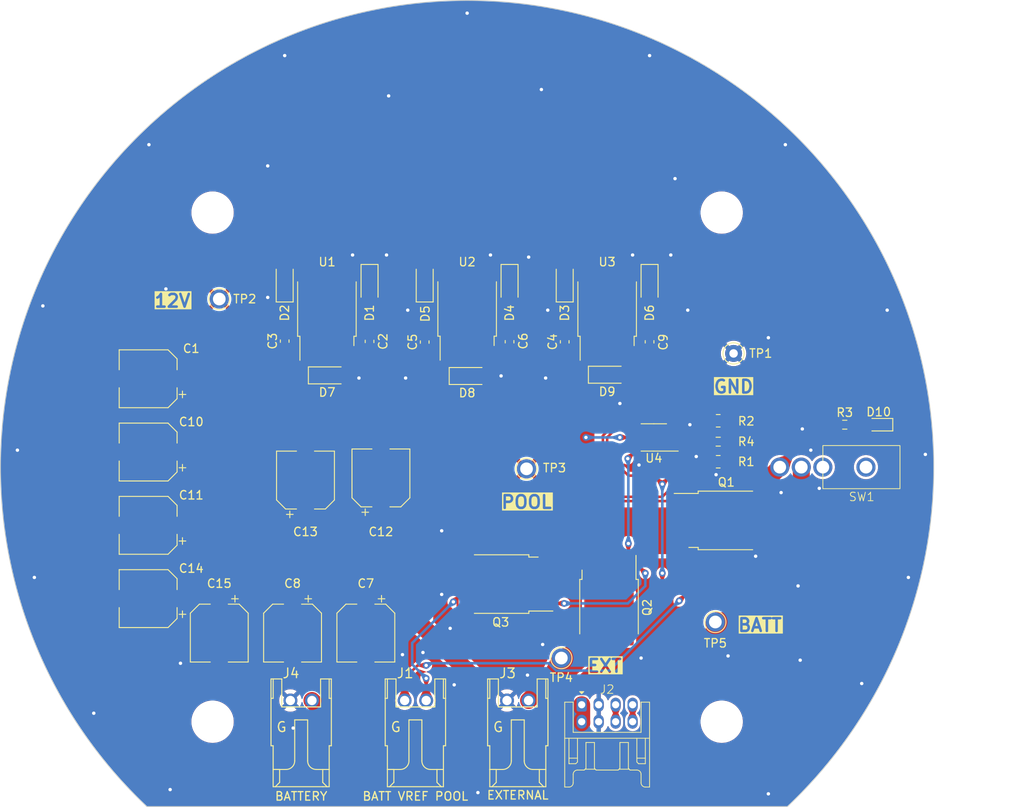
<source format=kicad_pcb>
(kicad_pcb (version 20221018) (generator pcbnew)
  (layers (0 "F.Cu" signal) (31 "B.Cu" signal) (34 "B.Paste" user) (35 "F.Paste" user) (36 "B.SilkS" user "B.Silkscreen") (37 "F.SilkS" user "F.Silkscreen") (38 "B.Mask" user) (39 "F.Mask" user) (44 "Edge.Cuts" user))
  (net 0 "")
  (net 1 "+VSW")
  (net 2 "Net-(D3-A)")
  (net 3 "Net-(D1-A)")
  (net 4 "+12V")
  (net 5 "GND")
  (net 6 "Net-(D5-A)")
  (net 7 "Net-(D4-A)")
  (net 8 "Net-(D2-A)")
  (net 9 "Net-(D6-A)")
  (net 10 "+BATT")
  (net 11 "+VDC")
  (net 13 "Net-(Q1-G)")
  (net 14 "Net-(J4-Pin_2)")
  (net 15 "Net-(Q2-G)")
  (net 16 "Net-(U4-E1)")
  (net 17 "Net-(U4-H1)")
  (net 18 "Net-(Q2-S)")
  (net 19 "Net-(D10-A)")
  (net 21 "Net-(J2-Pin_5)")
  (net 22 "Net-(J2-Pin_7)")
  (footprint "Package_TO_SOT_SMD:TO-252-2" (layer "F.Cu") (at 162.320492 117.489344 -90)
    (fp_text reference "Q2")
    (fp_text value "TJ8S06M3L")
  )
  (footprint "LED_SMD:LED_0603_1608Metric_Pad1.05x0.95mm_HandSolder" (layer "F.Cu") (at 194.100492 95.949344 180)
    (fp_text reference "D10")
    (fp_text value "RED")
  )
  (footprint "Package_TO_SOT_SMD:TO-252-2" (layer "F.Cu") (at 176.140492 107.229344)
    (fp_text reference "Q1")
    (fp_text value "TJ8S06M3L")
  )
  (footprint "Capacitor_SMD:CP_Elec_6.3x5.9" (layer "F.Cu") (at 108.008492 116.443344 180)
    (fp_text reference "C14")
    (fp_text value "100μF")
  )
  (footprint "Package_TO_SOT_SMD:TO-252-2" (layer "F.Cu") (at 162.100492 82.219344 90)
    (fp_text reference "U3")
    (fp_text value "NJM7812SDL1")
  )
  (footprint "Capacitor_SMD:CP_Elec_6.3x5.9" (layer "F.Cu") (at 125.026492 120.507344 -90)
    (fp_text reference "C8")
    (fp_text value "100μF")
  )
  (footprint "Package_TO_SOT_SMD:TO-252-2" (layer "F.Cu") (at 129.075492 82.219344 90)
    (fp_text reference "U1")
    (fp_text value "NJM7812SDL1")
  )
  (footprint "Connector_Pin:Pin_D1.0mm_L10.0mm" (layer "F.Cu") (at 152.600492 101.149344)
    (fp_text reference "TP3")
    (fp_text value "TestPoint")
  )
  (footprint "Connector_Pin:Pin_D1.0mm_L10.0mm" (layer "F.Cu") (at 156.700492 123.449344)
    (fp_text reference "TP4")
    (fp_text value "TestPoint")
  )
  (footprint "Connector_Pin:Pin_D1.0mm_L10.0mm" (layer "F.Cu") (at 174.850492 119.199344)
    (fp_text reference "TP5")
    (fp_text value "TestPoint")
  )
  (footprint "MountingHole:MountingHole_4.5mm" (layer "F.Cu") (at 175.600492 130.949344)
    (fp_text reference "REF**" hide)
    (fp_text value "MountingHole_4.5mm" hide)
  )
  (footprint "Package_TO_SOT_SMD:TO-252-2" (layer "F.Cu") (at 149.560492 114.729344 180)
    (fp_text reference "Q3")
    (fp_text value "TJ8S06M3L")
  )
  (footprint "Resistor_SMD:R_0603_1608Metric_Pad0.98x0.95mm_HandSolder" (layer "F.Cu") (at 190.100492 95.949344)
    (fp_text reference "R3")
    (fp_text value "2kΩ")
  )
  (footprint "Capacitor_SMD:CP_Elec_6.3x5.9" (layer "F.Cu") (at 116.390492 120.507344 -90)
    (fp_text reference "C15")
    (fp_text value "100μF")
  )
  (footprint "Hirose_Connector:Hirose_DF1B" (layer "F.Cu") (at 150.299492 128.449344)
    (fp_text reference "J3")
    (fp_text value "Conn_01x02_Pin")
  )
  (footprint "Capacitor_SMD:CP_Elec_6.3x5.9" (layer "F.Cu") (at 133.662492 120.507344 -90)
    (fp_text reference "C7")
    (fp_text value "100μF")
  )
  (footprint "Diode_SMD:D_SOD-123F" (layer "F.Cu") (at 124.100492 79.274344 90)
    (fp_text reference "D2")
    (fp_text value "1N4007")
  )
  (footprint "Capacitor_SMD:C_0603_1608Metric_Pad1.08x0.95mm_HandSolder" (layer "F.Cu") (at 150.600492 86.171844 90)
    (fp_text reference "C6")
    (fp_text value "0.1μF")
  )
  (footprint "Diode_SMD:D_SOD-123F" (layer "F.Cu") (at 140.600492 79.274344 90)
    (fp_text reference "D5")
    (fp_text value "1N4007")
  )
  (footprint "Hirose_Connector:Hirose_DF1B" (layer "F.Cu") (at 124.772492 128.449344)
    (fp_text reference "J4")
    (fp_text value "Conn_01x02_Pin")
  )
  (footprint "Resistor_SMD:R_0603_1608Metric_Pad0.98x0.95mm_HandSolder" (layer "F.Cu") (at 175.187992 97.949344 180)
    (fp_text reference "R4")
    (fp_text value "68kΩ")
  )
  (footprint "Capacitor_SMD:CP_Elec_6.3x5.9" (layer "F.Cu") (at 108.008492 90.535344 180)
    (fp_text reference "C1")
    (fp_text value "100μF")
  )
  (footprint "Hirose_Connector:Hirose_DF1B" (layer "F.Cu") (at 138.234492 128.449344)
    (fp_text reference "J1")
    (fp_text value "Conn_01x02_Pin")
  )
  (footprint "Diode_SMD:D_SOD-123F" (layer "F.Cu") (at 150.600492 79.274344 -90)
    (fp_text reference "D4")
    (fp_text value "1N4007")
  )
  (footprint "Diode_SMD:D_SOD-123F" (layer "F.Cu") (at 157.100492 79.274344 90)
    (fp_text reference "D3")
    (fp_text value "1N4007")
  )
  (footprint "Hirose_Connector:Hirose_DF11B-8DP-2DS" (layer "F.Cu") (at 159.100492 128.949344)
    (fp_text reference "J2")
    (fp_text value "Conn_01x08")
  )
  (footprint "Diode_SMD:D_SOD-123F" (layer "F.Cu") (at 134.100492 79.274344 -90)
    (fp_text reference "D1")
    (fp_text value "1N4007")
  )
  (footprint "Capacitor_SMD:CP_Elec_6.3x5.9" (layer "F.Cu") (at 108.008492 107.807344 180)
    (fp_text reference "C11")
    (fp_text value "100μF")
  )
  (footprint "Capacitor_SMD:C_0603_1608Metric_Pad1.08x0.95mm_HandSolder" (layer "F.Cu") (at 167.100492 86.181844 90)
    (fp_text reference "C9")
    (fp_text value "0.1μF")
  )
  (footprint "Diode_SMD:D_SOD-123F" (layer "F.Cu") (at 167.100492 79.274344 -90)
    (fp_text reference "D6")
    (fp_text value "1N4007")
  )
  (footprint "Connector_Pin:Pin_D1.0mm_L10.0mm" (layer "F.Cu") (at 116.390492 81.137344)
    (fp_text reference "TP2")
    (fp_text value "TestPoint")
  )
  (footprint "Capacitor_SMD:CP_Elec_6.3x5.9" (layer "F.Cu") (at 126.550492 102.473344 90)
    (fp_text reference "C13")
    (fp_text value "100μF")
  )
  (footprint "2MS1T1B4M7QES:2MS1T1B4M7QES" (layer "F.Cu") (at 187.520492 100.949344 90)
    (fp_text reference "SW1")
    (fp_text value "SW_SPDT")
  )
  (footprint "Connector_Pin:Pin_D1.0mm_L10.0mm" (layer "F.Cu") (at 177.000492 87.549344)
    (fp_text reference "TP1")
    (fp_text value "TestPoint")
  )
  (footprint "Capacitor_SMD:C_0603_1608Metric_Pad1.08x0.95mm_HandSolder" (layer "F.Cu") (at 124.100492 86.096844 90)
    (fp_text reference "C3")
    (fp_text value "10μF")
  )
  (footprint "MountingHole:MountingHole_4.5mm" (layer "F.Cu") (at 115.600492 130.949344)
    (fp_text reference "REF**" hide)
    (fp_text value "MountingHole_4.5mm" hide)
  )
  (footprint "Capacitor_SMD:C_0603_1608Metric_Pad1.08x0.95mm_HandSolder" (layer "F.Cu") (at 134.100492 86.134344 90)
    (fp_text reference "C2")
    (fp_text value "0.1μF")
  )
  (footprint "Capacitor_SMD:C_0603_1608Metric_Pad1.08x0.95mm_HandSolder" (layer "F.Cu") (at 140.600492 86.209344 90)
    (fp_text reference "C5")
    (fp_text value "10μF")
  )
  (footprint "Diode_SMD:D_SOD-123F" (layer "F.Cu") (at 129.100492 90.134344)
    (fp_text reference "D7")
    (fp_text value "1N4007")
  )
  (footprint "Capacitor_SMD:C_0603_1608Metric_Pad1.08x0.95mm_HandSolder" (layer "F.Cu") (at 157.100492 86.181844 90)
    (fp_text reference "C4")
    (fp_text value "10μF")
  )
  (footprint "Package_TO_SOT_SMD:TO-252-2" (layer "F.Cu") (at 145.600492 82.209344 90)
    (fp_text reference "U2")
    (fp_text value "NJM7812SDL1")
  )
  (footprint "MountingHole:MountingHole_4.5mm" (layer "F.Cu") (at 115.600492 70.949344)
    (fp_text reference "REF**" hide)
    (fp_text value "MountingHole_4.5mm" hide)
  )
  (footprint "Diode_SMD:D_SOD-123F" (layer "F.Cu") (at 145.700492 90.209344)
    (fp_text reference "D8")
    (fp_text value "1N4007")
  )
  (footprint "Capacitor_SMD:CP_Elec_6.3x5.9" (layer "F.Cu") (at 135.440492 102.219344 90)
    (fp_text reference "C12")
    (fp_text value "100μF")
  )
  (footprint "Resistor_SMD:R_0805_2012Metric_Pad1.20x1.40mm_HandSolder" (layer "F.Cu") (at 175.187992 100.314344 180)
    (fp_text reference "R1")
    (fp_text value "120kΩ")
  )
  (footprint "Diode_SMD:D_SOD-123F" (layer "F.Cu") (at 162.100492 90.059344)
    (fp_text reference "D9")
    (fp_text value "1N4007")
  )
  (footprint "Package_SO:MSOP-10-1EP_3x3mm_P0.5mm_EP1.68x1.88mm" (layer "F.Cu") (at 167.600492 97.449344 180)
    (fp_text reference "U4")
    (fp_text value "LTC4416EMS#PBF")
  )
  (footprint "Resistor_SMD:R_0805_2012Metric_Pad1.20x1.40mm_HandSolder" (layer "F.Cu") (at 175.187992 95.488344)
    (fp_text reference "R2")
    (fp_text value "10kΩ")
  )
  (footprint "MountingHole:MountingHole_4.5mm" (layer "F.Cu") (at 175.600492 70.949344)
    (fp_text reference "REF**" hide)
    (fp_text value "MountingHole_4.5mm" hide)
  )
  (footprint "Capacitor_SMD:CP_Elec_6.3x5.9" (layer "F.Cu") (at 108.008492 99.171344 180)
    (fp_text reference "C10")
    (fp_text value "100μF")
  )
  (gr_arc (start 107.850492 140.949344) (mid 145.600492 45.948776) (end 183.350492 140.949344) (stroke (width 0.1)) (layer "Edge.Cuts"))
  (gr_line (start 183.350492 140.949344) (end 107.850492 140.949344) (stroke (width 0.1)) (layer "Edge.Cuts"))
  (gr_text "12V" (at 110.872492 82.232344) (layer "F.SilkS" knockout) (effects (font (size 1.5 1.5) (thickness 0.3) bold) (justify bottom)))
  (gr_text "EXTERNAL" (at 151.569492 140.192344) (layer "F.SilkS") (effects (font (size 1 1) (thickness 0.153)) (justify bottom)))
  (gr_text "BATTERY" (at 126.042492 140.319344) (layer "F.SilkS") (effects (font (size 1 1) (thickness 0.153)) (justify bottom)))
  (gr_text "EXT" (at 161.800492 125.249344) (layer "F.SilkS" knockout) (effects (font (size 1.5 1.5) (thickness 0.3) bold) (justify bottom)))
  (gr_text "BATT" (at 180.100492 120.449344) (layer "F.SilkS" knockout) (effects (font (size 1.5 1.5) (thickness 0.3) bold) (justify bottom)))
  (gr_text "BATT VREF POOL" (at 139.504492 140.319344) (layer "F.SilkS") (effects (font (size 1 1) (thickness 0.153)) (justify bottom)))
  (gr_text "GND" (at 177.000492 92.349344) (layer "F.SilkS" knockout) (effects (font (size 1.5 1.5) (thickness 0.3) bold) (justify bottom)))
  (gr_text "POOL" (at 152.600492 105.949344) (layer "F.SilkS" knockout) (effects (font (size 1.5 1.5) (thickness 0.3) bold) (justify bottom)))
  (segment (start 165.437992 97.449344) (end 163.600492 97.449344) (width 0.3) (layer "F.Cu") (net 1))
  (segment (start 144.545492 116.254344) (end 146.625492 116.254344) (width 0.3) (layer "F.Cu") (net 1))
  (segment (start 140.774492 125.841344) (end 140.774492 128.449344) (width 0.3) (layer "F.Cu") (net 1))
  (segment (start 143.975492 116.824344) (end 144.545492 116.254344) (width 0.3) (layer "F.Cu") (net 1))
  (via (at 143.975492 116.824344) (size 0.8) (drill 0.4) (layers "F.Cu" "B.Cu") (net 1))
  (via (at 163.600492 97.449344) (size 0.8) (drill 0.4) (layers "F.Cu" "B.Cu") (net 1))
  (via (at 140.774492 125.841344) (size 0.8) (drill 0.4) (layers "F.Cu" "B.Cu") (net 1))
  (via (at 159.600492 97.449344) (size 0.8) (drill 0.4) (layers "F.Cu" "B.Cu") (net 1))
  (segment (start 139.123492 121.676344) (end 143.975492 116.824344) (width 0.3) (layer "B.Cu") (net 1))
  (segment (start 140.774492 125.841344) (end 139.123492 124.190344) (width 0.3) (layer "B.Cu") (net 1))
  (segment (start 163.600492 97.449344) (end 159.600492 97.449344) (width 0.3) (layer "B.Cu") (net 1))
  (segment (start 139.123492 124.190344) (end 139.123492 121.676344) (width 0.3) (layer "B.Cu") (net 1))
  (segment (start 157.890492 85.319344) (end 160.575492 82.634344) (width 1) (layer "F.Cu") (net 2))
  (segment (start 167.100492 85.319344) (end 166.310492 85.319344) (width 1) (layer "F.Cu") (net 2))
  (segment (start 166.310492 85.319344) (end 163.625492 82.634344) (width 1) (layer "F.Cu") (net 2))
  (segment (start 157.100492 85.319344) (end 157.890492 85.319344) (width 1) (layer "F.Cu") (net 2))
  (segment (start 157.100492 77.874344) (end 159.165492 77.874344) (width 1) (layer "F.Cu") (net 2))
  (segment (start 159.165492 77.874344) (end 160.575492 79.284344) (width 1) (layer "F.Cu") (net 2))
  (segment (start 131.355492 87.259344) (end 134.012992 87.259344) (width 2) (layer "F.Cu") (net 3))
  (segment (start 136.600492 85.774344) (end 136.600492 82.274344) (width 2) (layer "F.Cu") (net 3))
  (segment (start 131.355492 89.279344) (end 130.500492 90.134344) (width 2) (layer "F.Cu") (net 3))
  (segment (start 134.012992 87.259344) (end 134.100492 87.171844) (width 2) (layer "F.Cu") (net 3))
  (segment (start 134.100492 87.171844) (end 135.202992 87.171844) (width 2) (layer "F.Cu") (net 3))
  (segment (start 135.202992 87.171844) (end 136.600492 85.774344) (width 2) (layer "F.Cu") (net 3))
  (segment (start 131.355492 87.259344) (end 131.355492 89.279344) (width 2) (layer "F.Cu") (net 3))
  (segment (start 136.600492 82.274344) (end 135.000492 80.674344) (width 2) (layer "F.Cu") (net 3))
  (segment (start 135.000492 80.674344) (end 134.100492 80.674344) (width 2) (layer "F.Cu") (net 3))
  (segment (start 159.100492 131.137344) (end 158.046492 132.191344) (width 2) (layer "F.Cu") (net 4))
  (segment (start 159.100492 130.949344) (end 159.100492 131.137344) (width 2) (layer "F.Cu") (net 4))
  (segment (start 146.370492 129.405344) (end 146.370492 125.719344) (width 2) (layer "F.Cu") (net 4))
  (segment (start 158.046492 132.191344) (end 149.156492 132.191344) (width 2) (layer "F.Cu") (net 4))
  (segment (start 159.100492 128.949344) (end 159.100492 130.949344) (width 2) (layer "F.Cu") (net 4))
  (segment (start 167.100492 77.874344) (end 167.100492 73.949344) (width 2) (layer "F.Cu") (net 4))
  (segment (start 150.600492 77.874344) (end 150.600492 73.949344) (width 2) (layer "F.Cu") (net 4))
  (segment (start 134.100492 77.874344) (end 134.100492 73.949344) (width 2) (layer "F.Cu") (net 4))
  (segment (start 146.370492 125.719344) (end 140.100492 119.449344) (width 2) (layer "F.Cu") (net 4))
  (segment (start 149.156492 132.191344) (end 146.370492 129.405344) (width 2) (layer "F.Cu") (net 4))
  (segment (start 171.190492 96.949344) (end 171.254492 96.885344) (width 0.25) (layer "F.Cu") (net 5))
  (segment (start 169.750492 97.449344) (end 171.198492 97.449344) (width 0.25) (layer "F.Cu") (net 5))
  (segment (start 169.750492 97.449344) (end 167.600492 97.449344) (width 0.25) (layer "F.Cu") (net 5))
  (segment (start 169.750492 96.949344) (end 168.100492 96.949344) (width 0.25) (layer "F.Cu") (net 5))
  (segment (start 171.198492 97.449344) (end 171.508492 97.139344) (width 0.25) (layer "F.Cu") (net 5))
  (segment (start 169.750492 96.949344) (end 171.190492 96.949344) (width 0.25) (layer "F.Cu") (net 5))
  (segment (start 168.100492 96.949344) (end 167.600492 97.449344) (width 0.25) (layer "F.Cu") (net 5))
  (via (at 192.100492 126.449344) (size 0.8) (drill 0.4) (layers "F.Cu" "B.Cu") (net 5))
  (via (at 125.100492 131.699344) (size 0.8) (drill 0.4) (layers "F.Cu" "B.Cu") (net 5))
  (via (at 166.100492 123.449344) (size 0.8) (drill 0.4) (layers "F.Cu" "B.Cu") (net 5))
  (via (at 111.818492 124.063344) (size 0.8) (drill 0.4) (layers "F.Cu" "B.Cu") (net 5))
  (via (at 171.850492 95.949344) (size 0.8) (drill 0.4) (layers "F.Cu" "B.Cu") (net 5))
  (via (at 95.600492 81.949344) (size 0.8) (drill 0.4) (layers "F.Cu" "B.Cu") (net 5))
  (via (at 142.600492 108.449344) (size 0.8) (drill 0.4) (layers "F.Cu" "B.Cu") (net 5))
  (via (at 92.600492 98.949344) (size 0.8) (drill 0.4) (layers "F.Cu" "B.Cu") (net 5))
  (via (at 154.850492 90.449344) (size 0.8) (drill 0.4) (layers "F.Cu" "B.Cu") (net 5))
  (via (at 138.350492 90.449344) (size 0.8) (drill 0.4) (layers "F.Cu" "B.Cu") (net 5))
  (via (at 132.850492 90.449344) (size 0.8) (drill 0.4) (layers "F.Cu" "B.Cu") (net 5))
  (via (at 182.600492 103.949344) (size 0.8) (drill 0.4) (layers "F.Cu" "B.Cu") (net 5))
  (via (at 176.350492 123.199344) (size 0.8) (drill 0.4) (layers "F.Cu" "B.Cu") (net 5))
  (via (at 136.100492 75.949344) (size 0.8) (drill 0.4) (layers "F.Cu" "B.Cu") (net 5))
  (via (at 187.100492 103.449344) (size 0.8) (drill 0.4) (layers "F.Cu" "B.Cu") (net 5))
  (via (at 149.600492 90.199344) (size 0.8) (drill 0.4) (layers "F.Cu" "B.Cu") (net 5))
  (via (at 108.100492 62.949344) (size 0.8) (drill 0.4) (layers "F.Cu" "B.Cu") (net 5))
  (via (at 165.100492 75.949344) (size 0.8) (drill 0.4) (layers "F.Cu" "B.Cu") (net 5))
  (via (at 154.350492 56.449344) (size 0.8) (drill 0.4) (layers "F.Cu" "B.Cu") (net 5))
  (via (at 186.100492 98.949344) (size 0.8) (drill 0.4) (layers "F.Cu" "B.Cu") (net 5))
  (via (at 165.850492 100.699344) (size 0.8) (drill 0.4) (layers "F.Cu" "B.Cu") (net 5))
  (via (at 145.600492 47.449344) (size 0.8) (drill 0.4) (layers "F.Cu" "B.Cu") (net 5))
  (via (at 110.600492 138.949344) (size 0.8) (drill 0.4) (layers "F.Cu" "B.Cu") (net 5))
  (via (at 122.100492 65.449344) (size 0.8) (drill 0.4) (layers "F.Cu" "B.Cu") (net 5))
  (via (at 170.100492 66.949344) (size 0.8) (drill 0.4) (layers "F.Cu" "B.Cu") (net 5))
  (via (at 171.600492 82.449344) (size 0.8) (drill 0.4) (layers "F.Cu" "B.Cu") (net 5))
  (via (at 146.870492 139.303344) (size 0.8) (drill 0.4) (layers "F.Cu" "B.Cu") (net 5))
  (via (at 143.600492 119.949344) (size 0.8) (drill 0.4) (layers "F.Cu" "B.Cu") (net 5))
  (via (at 167.100492 52.449344) (size 0.8) (drill 0.4) (layers "F.Cu" "B.Cu") (net 5))
  (via (at 183.100492 62.949344) (size 0.8) (drill 0.4) (layers "F.Cu" "B.Cu") (net 5))
  (via (at 179.600492 111.449344) (size 0.8) (drill 0.4) (layers "F.Cu" "B.Cu") (net 5))
  (via (at 184.850492 123.699344) (size 0.8) (drill 0.4) (layers "F.Cu" "B.Cu") (net 5))
  (via (at 181.100492 139.449344) (size 0.8) (drill 0.4) (layers "F.Cu" "B.Cu") (net 5))
  (via (at 152.850492 76.199344) (size 0.8) (drill 0.4) (layers "F.Cu" "B.Cu") (net 5))
  (via (at 122.100492 80.949344) (size 0.8) (drill 0.4) (layers "F.Cu" "B.Cu") (net 5))
  (via (at 136.350492 57.199344) (size 0.8) (drill 0.4) (layers "F.Cu" "B.Cu") (net 5))
  (via (at 199.600492 99.449344) (size 0.8) (drill 0.4) (layers "F.Cu" "B.Cu") (net 5))
  (via (at 140.393492 122.793344) (size 0.8) (drill 0.4) (layers "F.Cu" "B.Cu") (net 5))
  (via (at 138.600492 82.449344) (size 0.8) (drill 0.4) (layers "F.Cu" "B.Cu") (net 5))
  (via (at 154.500492 121.849344) (size 0.8) (drill 0.4) (layers "F.Cu" "B.Cu") (net 5))
  (via (at 172.600492 99.699344) (size 0.8) (drill 0.4) (layers "F.Cu" "B.Cu") (net 5))
  (via (at 197.600492 113.949344) (size 0.8) (drill 0.4) (layers "F.Cu" "B.Cu") (net 5))
  (via (at 144.076492 126.603344) (size 0.8) (drill 0.4) (layers "F.Cu" "B.Cu") (net 5))
  (via (at 132.100492 75.949344) (size 0.8) (drill 0.4) (layers "F.Cu" "B.Cu") (net 5))
  (via (at 163.600492 93.449344) (size 0.8) (drill 0.4) (layers "F.Cu" "B.Cu") (net 5))
  (via (at 181.100492 85.699344) (size 0.8) (drill 0.4) (layers "F.Cu" "B.Cu") (net 5))
  (via (at 174.937492 101.838344) (size 0.8) (drill 0.4) (layers "F.Cu" "B.Cu") (net 5))
  (via (at 94.600492 113.949344) (size 0.8) (drill 0.4) (layers "F.Cu" "B.Cu") (net 5))
  (via (at 101.600492 129.949344) (size 0.8) (drill 0.4) (layers "F.Cu" "B.Cu") (net 5))
  (via (at 195.100492 82.449344) (size 0.8) (drill 0.4) (layers "F.Cu" "B.Cu") (net 5))
  (via (at 137.980492 123.047344) (size 0.8) (drill 0.4) (layers "F.Cu" "B.Cu") (net 5))
  (via (at 184.600492 114.949344) (size 0.8) (drill 0.4) (layers "F.Cu" "B.Cu") (net 5))
  (via (at 124.100492 52.449344) (size 0.8) (drill 0.4) (layers "F.Cu" "B.Cu") (net 5))
  (via (at 142.600492 115.949344) (size 0.8) (drill 0.4) (layers "F.Cu" "B.Cu") (net 5))
  (via (at 155.100492 82.449344) (size 0.8) (drill 0.4) (layers "F.Cu" "B.Cu") (net 5))
  (via (at 110.100492 79.949344) (size 0.8) (drill 0.4) (layers "F.Cu" "B.Cu") (net 5))
  (via (at 148.350492 75.949344) (size 0.8) (drill 0.4) (layers "F.Cu" "B.Cu") (net 5))
  (via (at 169.600492 75.949344) (size 0.8) (drill 0.4) (layers "F.Cu" "B.Cu") (net 5))
  (via (at 152.712492 125.460344) (size 0.8) (drill 0.4) (layers "F.Cu" "B.Cu") (net 5))
  (via (at 185.100492 96.449344) (size 0.8) (drill 0.4) (layers "F.Cu" "B.Cu") (net 5))
  (segment (start 140.600492 77.874344) (end 142.675492 77.874344) (width 1) (layer "F.Cu") (net 6))
  (segment (start 140.600492 85.346844) (end 141.352992 85.346844) (width 1) (layer "F.Cu") (net 6))
  (segment (start 142.675492 77.874344) (end 144.075492 79.274344) (width 1) (layer "F.Cu") (net 6))
  (segment (start 149.810492 85.309344) (end 147.125492 82.624344) (width 1) (layer "F.Cu") (net 6))
  (segment (start 150.600492 85.309344) (end 149.810492 85.309344) (width 1) (layer "F.Cu") (net 6))
  (segment (start 141.352992 85.346844) (end 144.075492 82.624344) (width 1) (layer "F.Cu") (net 6))
  (segment (start 151.665492 87.209344) (end 153.100492 85.774344) (width 2) (layer "F.Cu") (net 7))
  (segment (start 151.500492 80.674344) (end 150.600492 80.674344) (width 2) (layer "F.Cu") (net 7))
  (segment (start 153.100492 85.774344) (end 153.100492 82.274344) (width 2) (layer "F.Cu") (net 7))
  (segment (start 150.600492 87.209344) (end 151.665492 87.209344) (width 2) (layer "F.Cu") (net 7))
  (segment (start 147.880492 89.429344) (end 147.100492 90.209344) (width 2) (layer "F.Cu") (net 7))
  (segment (start 150.600492 87.209344) (end 147.920492 87.209344) (width 2) (layer "F.Cu") (net 7))
  (segment (start 147.880492 87.249344) (end 147.880492 89.429344) (width 2) (layer "F.Cu") (net 7))
  (segment (start 153.100492 82.274344) (end 151.500492 80.674344) (width 2) (layer "F.Cu") (net 7))
  (segment (start 147.920492 87.209344) (end 147.880492 87.249344) (width 2) (layer "F.Cu") (net 7))
  (segment (start 133.237992 85.271844) (end 130.600492 82.634344) (width 1) (layer "F.Cu") (net 8))
  (segment (start 124.100492 77.874344) (end 126.140492 77.874344) (width 1) (layer "F.Cu") (net 8))
  (segment (start 134.100492 85.271844) (end 133.237992 85.271844) (width 1) (layer "F.Cu") (net 8))
  (segment (start 124.100492 85.234344) (end 124.950492 85.234344) (width 1) (layer "F.Cu") (net 8))
  (segment (start 126.140492 77.874344) (end 127.550492 79.284344) (width 1) (layer "F.Cu") (net 8))
  (segment (start 124.950492 85.234344) (end 127.550492 82.634344) (width 1) (layer "F.Cu") (net 8))
  (segment (start 167.100492 87.219344) (end 168.155492 87.219344) (width 2) (layer "F.Cu") (net 9))
  (segment (start 169.600492 82.274344) (end 168.000492 80.674344) (width 2) (layer "F.Cu") (net 9))
  (segment (start 169.600492 85.774344) (end 169.600492 82.274344) (width 2) (layer "F.Cu") (net 9))
  (segment (start 164.380492 89.179344) (end 163.500492 90.059344) (width 2) (layer "F.Cu") (net 9))
  (segment (start 167.100492 87.219344) (end 164.420492 87.219344) (width 2) (layer "F.Cu") (net 9))
  (segment (start 164.420492 87.219344) (end 164.380492 87.259344) (width 2) (layer "F.Cu") (net 9))
  (segment (start 168.000492 80.674344) (end 167.100492 80.674344) (width 2) (layer "F.Cu") (net 9))
  (segment (start 164.380492 87.259344) (end 164.380492 89.179344) (width 2) (layer "F.Cu") (net 9))
  (segment (start 168.155492 87.219344) (end 169.600492 85.774344) (width 2) (layer "F.Cu") (net 9))
  (segment (start 177.400492 105.989344) (end 180.020492 103.369344) (width 2) (layer "F.Cu") (net 10))
  (segment (start 170.100492 102.949344) (end 179.600492 102.949344) (width 0.3) (layer "F.Cu") (net 10))
  (segment (start 168.600492 104.449344) (end 170.100492 102.949344) (width 0.3) (layer "F.Cu") (net 10))
  (segment (start 139.758492 124.317344) (end 138.234492 125.841344) (width 0.3) (layer "F.Cu") (net 10))
  (segment (start 163.100492 96.449344) (end 162.100492 97.449344) (width 0.3) (layer "F.Cu") (net 10))
  (segment (start 162.807598 104.449344) (end 168.600492 104.449344) (width 0.3) (layer "F.Cu") (net 10))
  (segment (start 170.600492 116.699344) (end 175.725492 111.574344) (width 0.3) (layer "F.Cu") (net 10))
  (segment (start 175.725492 111.574344) (end 175.725492 108.754344) (width 0.3) (layer "F.Cu") (net 10))
  (segment (start 162.100492 103.742238) (end 162.807598 104.449344) (width 0.3) (layer "F.Cu") (net 10))
  (segment (start 187.440492 95.949344) (end 189.187992 95.949344) (width 0.3) (layer "F.Cu") (net 10))
  (segment (start 163.893386 96.449344) (end 163.100492 96.449344) (width 0.3) (layer "F.Cu") (net 10))
  (segment (start 182.440492 100.949344) (end 187.440492 95.949344) (width 0.3) (layer "F.Cu") (net 10))
  (segment (start 179.600492 102.949344) (end 180.020492 103.369344) (width 0.3) (layer "F.Cu") (net 10))
  (segment (start 162.100492 97.449344) (end 162.100492 103.742238) (width 0.3) (layer "F.Cu") (net 10))
  (segment (start 164.393386 96.949344) (end 163.893386 96.449344) (width 0.3) (layer "F.Cu") (net 10))
  (segment (start 165.437992 96.949344) (end 164.393386 96.949344) (width 0.3) (layer "F.Cu") (net 10))
  (segment (start 138.234492 125.841344) (end 138.234492 128.449344) (width 0.3) (layer "F.Cu") (net 10))
  (segment (start 180.020492 103.369344) (end 182.440492 100.949344) (width 2) (layer "F.Cu") (net 10))
  (segment (start 140.774492 124.317344) (end 139.758492 124.317344) (width 0.3) (layer "F.Cu") (net 10))
  (via (at 140.774492 124.317344) (size 0.8) (drill 0.4) (layers "F.Cu" "B.Cu") (net 10))
  (via (at 170.600492 116.699344) (size 0.8) (drill 0.4) (layers "F.Cu" "B.Cu") (net 10))
  (segment (start 162.375492 124.924344) (end 170.600492 116.699344) (width 0.3) (layer "B.Cu") (net 10))
  (segment (start 140.774492 124.317344) (end 141.031526 124.06031) (width 0.3) (layer "B.Cu") (net 10))
  (segment (start 141.031526 124.06031) (end 155.225492 124.06031) (width 0.3) (layer "B.Cu") (net 10))
  (segment (start 156.089526 124.924344) (end 162.375492 124.924344) (width 0.3) (layer "B.Cu") (net 10))
  (segment (start 155.225492 124.06031) (end 156.089526 124.924344) (width 0.3) (layer "B.Cu") (net 10))
  (segment (start 174.187992 100.861844) (end 173.100492 101.949344) (width 0.3) (layer "F.Cu") (net 11))
  (segment (start 173.100492 101.949344) (end 169.600492 101.949344) (width 0.3) (layer "F.Cu") (net 11))
  (segment (start 168.600492 102.949344) (end 167.600492 101.949344) (width 0.3) (layer "F.Cu") (net 11))
  (segment (start 163.600492 98.948303) (end 164.599451 97.949344) (width 0.3) (layer "F.Cu") (net 11))
  (segment (start 164.599451 97.949344) (end 165.437992 97.949344) (width 0.3) (layer "F.Cu") (net 11))
  (segment (start 174.187992 100.060344) (end 174.187992 100.861844) (width 0.3) (layer "F.Cu") (net 11))
  (segment (start 158.808492 123.682344) (end 158.808492 122.261344) (width 2) (layer "F.Cu") (net 11))
  (segment (start 169.600492 101.949344) (end 168.600492 102.949344) (width 0.3) (layer "F.Cu") (net 11))
  (segment (start 156.141492 126.349344) (end 158.808492 123.682344) (width 2) (layer "F.Cu") (net 11))
  (segment (start 163.600492 100.949344) (end 163.600492 98.948303) (width 0.3) (layer "F.Cu") (net 11))
  (segment (start 154.939492 126.349344) (end 156.141492 126.349344) (width 2) (layer "F.Cu") (net 11))
  (segment (start 166.800492 118.749344) (end 162.320492 118.749344) (width 0.3) (layer "F.Cu") (net 11))
  (segment (start 152.839492 128.449344) (end 154.939492 126.349344) (width 2) (layer "F.Cu") (net 11))
  (segment (start 164.600492 101.949344) (end 163.600492 100.949344) (width 0.3) (layer "F.Cu") (net 11))
  (segment (start 167.600492 101.949344) (end 164.600492 101.949344) (width 0.3) (layer "F.Cu") (net 11))
  (segment (start 168.600492 113.449344) (end 168.600492 116.949344) (width 0.3) (layer "F.Cu") (net 11))
  (segment (start 168.600492 116.949344) (end 166.800492 118.749344) (width 0.3) (layer "F.Cu") (net 11))
  (segment (start 158.808492 122.261344) (end 162.320492 118.749344) (width 2) (layer "F.Cu") (net 11))
  (via (at 168.600492 102.949344) (size 0.8) (drill 0.4) (layers "F.Cu" "B.Cu") (net 11))
  (via (at 168.600492 113.449344) (size 0.8) (drill 0.4) (layers "F.Cu" "B.Cu") (net 11))
  (segment (start 168.600492 113.449344) (end 168.600492 102.949344) (width 0.3) (layer "B.Cu") (net 11))
  (segment (start 161.600492 103.949344) (end 162.600492 104.949344) (width 0.3) (layer "F.Cu") (net 13))
  (segment (start 161.600492 97.242238) (end 161.600492 103.949344) (width 0.3) (layer "F.Cu") (net 13))
  (segment (start 164.600492 96.449344) (end 164.100492 95.949344) (width 0.3) (layer "F.Cu") (net 13))
  (segment (start 162.600492 104.949344) (end 171.100492 104.949344) (width 0.3) (layer "F.Cu") (net 13))
  (segment (start 164.100492 95.949344) (end 162.893386 95.949344) (width 0.3) (layer "F.Cu") (net 13))
  (segment (start 162.893386 95.949344) (end 161.600492 97.242238) (width 0.3) (layer "F.Cu") (net 13))
  (segment (start 165.437992 96.449344) (end 164.600492 96.449344) (width 0.3) (layer "F.Cu") (net 13))
  (segment (start 184.980492 111.529344) (end 184.980492 100.949344) (width 2) (layer "F.Cu") (net 14))
  (segment (start 174.850492 119.199344) (end 176.041492 120.390344) (width 0.25) (layer "F.Cu") (net 14))
  (segment (start 176.041492 120.390344) (end 176.041492 120.468344) (width 0.25) (layer "F.Cu") (net 14))
  (segment (start 127.312492 128.449344) (end 134.229492 135.366344) (width 2) (layer "F.Cu") (net 14))
  (segment (start 168.841492 131.683344) (end 168.841492 127.668344) (width 2) (layer "F.Cu") (net 14))
  (segment (start 172.080492 124.429344) (end 176.041492 120.468344) (width 2) (layer "F.Cu") (net 14))
  (segment (start 134.229492 135.366344) (end 165.158492 135.366344) (width 2) (layer "F.Cu") (net 14))
  (segment (start 176.041492 120.468344) (end 184.980492 111.529344) (width 2) (layer "F.Cu") (net 14))
  (segment (start 168.841492 127.668344) (end 172.080492 124.429344) (width 2) (layer "F.Cu") (net 14))
  (segment (start 165.158492 135.366344) (end 168.841492 131.683344) (width 2) (layer "F.Cu") (net 14))
  (segment (start 165.437992 99.036844) (end 165.437992 98.449344) (width 0.3) (layer "F.Cu") (net 15))
  (segment (start 165.600492 112.449344) (end 166.600492 113.449344) (width 0.3) (layer "F.Cu") (net 15))
  (segment (start 164.600492 112.449344) (end 165.600492 112.449344) (width 0.3) (layer "F.Cu") (net 15))
  (segment (start 164.600492 109.949344) (end 164.600492 112.449344) (width 0.3) (layer "F.Cu") (net 15))
  (segment (start 164.530492 99.944344) (end 165.437992 99.036844) (width 0.3) (layer "F.Cu") (net 15))
  (segment (start 157.040492 117.009344) (end 154.600492 117.009344) (width 0.3) (layer "F.Cu") (net 15))
  (via (at 164.600492 109.949344) (size 0.8) (drill 0.4) (layers "F.Cu" "B.Cu") (net 15))
  (via (at 164.530492 99.944344) (size 0.8) (drill 0.4) (layers "F.Cu" "B.Cu") (net 15))
  (via (at 166.600492 113.449344) (size 0.8) (drill 0.4) (layers "F.Cu" "B.Cu") (net 15))
  (via (at 157.040492 117.009344) (size 0.8) (drill 0.4) (layers "F.Cu" "B.Cu") (net 15))
  (segment (start 164.600492 109.949344) (end 164.600492 100.014344) (width 0.3) (layer "B.Cu") (net 15))
  (segment (start 164.540492 117.009344) (end 166.600492 114.949344) (width 0.3) (layer "B.Cu") (net 15))
  (segment (start 166.600492 114.949344) (end 166.600492 113.449344) (width 0.3) (layer "B.Cu") (net 15))
  (segment (start 157.040492 117.009344) (end 164.540492 117.009344) (width 0.3) (layer "B.Cu") (net 15))
  (segment (start 164.600492 100.014344) (end 164.530492 99.944344) (width 0.3) (layer "B.Cu") (net 15))
  (segment (start 176.187992 97.861844) (end 176.100492 97.949344) (width 0.25) (layer "F.Cu") (net 16))
  (segment (start 176.187992 100.060344) (end 176.187992 99.949344) (width 0.3) (layer "F.Cu") (net 16))
  (segment (start 176.187992 95.488344) (end 176.187992 97.861844) (width 0.25) (layer "F.Cu") (net 16))
  (segment (start 176.207492 98.056344) (end 176.207492 100.040844) (width 0.3) (layer "F.Cu") (net 16))
  (segment (start 172.778492 97.271344) (end 172.100492 97.949344) (width 0.3) (layer "F.Cu") (net 16))
  (segment (start 176.207492 100.040844) (end 176.187992 100.060344) (width 0.3) (layer "F.Cu") (net 16))
  (segment (start 176.100492 97.413344) (end 175.572492 96.885344) (width 0.25) (layer "F.Cu") (net 16))
  (segment (start 173.164492 96.885344) (end 172.778492 97.271344) (width 0.25) (layer "F.Cu") (net 16))
  (segment (start 175.572492 96.885344) (end 173.164492 96.885344) (width 0.25) (layer "F.Cu") (net 16))
  (segment (start 176.100492 97.949344) (end 176.100492 97.413344) (width 0.25) (layer "F.Cu") (net 16))
  (segment (start 172.100492 97.949344) (end 169.762992 97.949344) (width 0.3) (layer "F.Cu") (net 16))
  (segment (start 176.100492 97.949344) (end 176.207492 98.056344) (width 0.3) (layer "F.Cu") (net 16))
  (segment (start 174.275492 97.949344) (end 173.775492 98.449344) (width 0.3) (layer "F.Cu") (net 17))
  (segment (start 173.775492 98.449344) (end 169.762992 98.449344) (width 0.3) (layer "F.Cu") (net 17))
  (segment (start 160.040492 112.449344) (end 154.600492 112.449344) (width 2) (layer "F.Cu") (net 18))
  (segment (start 191.012992 95.949344) (end 193.225492 95.949344) (width 0.3) (layer "F.Cu") (net 19))
  (segment (start 163.100492 128.949344) (end 163.100492 130.949344) (width 0.25) (layer "F.Cu") (net 21))
  (segment (start 165.100492 130.949344) (end 165.100492 128.949344) (width 0.25) (layer "F.Cu") (net 22))
  (zone (net 14) (net_name "Net-(J4-Pin_2)") (layer "F.Cu") (priority 3) (connect_pads yes (clearance 0.3)) (min_thickness 0.127) (fill yes (thermal_gap 0.5) (thermal_bridge_width 0.5))
    (polygon (pts (xy 174.000492 118.449344) (xy 173.716246 119.198142) (xy 173.700492 121.749344) (xy 177.400492 118.049344) (xy 174.800492 118.049344)))
  )
  (zone (net 4) (net_name "+12V") (layer "F.Cu") (priority 2) (connect_pads (clearance 0.5)) (min_thickness 0.25) (fill yes (thermal_gap 0.5) (thermal_bridge_width 0.5))
    (polygon (pts (xy 108.100492 119.219344) (xy 109.100492 120.219344) (xy 140.100492 120.219344) (xy 141.100492 119.219344) (xy 141.100492 103.219344) (xy 140.100492 102.219344) (xy 122.100492 102.219344) (xy 121.100492 101.219344) (xy 121.100492 77.219344) (xy 123.600492 74.719344) (xy 168.100492 74.719344) (xy 169.100492 73.719344) (xy 169.100492 67.719344) (xy 168.100492 66.719344) (xy 123.100492 66.719344) (xy 108.100492 84.719344)))
  )
  (zone (net 11) (net_name "+VDC") (layer "F.Cu") (priority 4) (connect_pads yes (clearance 0.3)) (min_thickness 0.127) (fill yes (thermal_gap 0.5) (thermal_bridge_width 0.5))
    (polygon (pts (xy 155.500492 123.449344) (xy 154.490492 125.587344) (xy 158.046492 125.460344) (xy 158.000492 121.849344) (xy 156.700492 122.349344)))
  )
  (zone (net 0) (net_name "") (layer "F.Cu") (connect_pads (clearance 0)) (min_thickness 0.25)
    (keepout (tracks allowed) (vias allowed) (pads allowed) (copperpour not_allowed) (footprints allowed))
    (fill (thermal_gap 0.5) (thermal_bridge_width 0.5))
    (polygon (pts (xy 170.695692 96.123344) (xy 171.000492 96.631344) (xy 171.000492 97.647344) (xy 168.206492 97.647344) (xy 168.206492 96.631344)))
  )
  (zone (net 0) (net_name "") (layer "F.Cu") (connect_pads (clearance 0)) (min_thickness 0.127)
    (keepout (tracks allowed) (vias allowed) (pads allowed) (copperpour not_allowed) (footprints allowed))
    (fill (thermal_gap 0.5) (thermal_bridge_width 0.5))
    (polygon (pts (xy 131.850492 77.699344) (xy 135.350492 77.699344) (xy 135.350492 79.699344) (xy 131.850492 79.699344)))
  )
  (zone (net 1) (net_name "+VSW") (layer "F.Cu") (priority 1) (connect_pads (clearance 0.5)) (min_thickness 0.25) (fill yes (thermal_gap 0.5) (thermal_bridge_width 0.5))
    (polygon (pts (xy 122.850492 85.949344) (xy 129.100492 85.949344) (xy 129.100492 91.449344) (xy 139.350492 91.449344) (xy 139.350492 86.199344) (xy 145.600492 86.199344) (xy 145.600492 91.449344) (xy 155.850492 91.449344) (xy 155.850492 86.199344) (xy 162.100492 86.199344) (xy 162.100492 95.449344) (xy 160.600492 96.699344) (xy 160.600492 103.949344) (xy 162.600492 105.699344) (xy 169.350492 105.699344) (xy 172.600492 108.949344) (xy 172.600492 111.199344) (xy 166.850492 111.199344) (xy 165.358713 109.199344) (xy 154.100492 109.199344) (xy 152.350492 110.949344) (xy 152.350492 118.699344) (xy 144.350492 118.699344) (xy 144.350492 102.199344) (xy 137.850492 96.199344) (xy 124.100492 96.199344) (xy 122.850492 94.699344)))
  )
  (zone (net 0) (net_name "") (layer "F.Cu") (connect_pads (clearance 0)) (min_thickness 0.127)
    (keepout (tracks allowed) (vias allowed) (pads allowed) (copperpour not_allowed) (footprints allowed))
    (fill (thermal_gap 0.5) (thermal_bridge_width 0.5))
    (polygon (pts (xy 164.600492 77.699344) (xy 168.100492 77.699344) (xy 168.100492 79.699344) (xy 164.600492 79.699344)))
  )
  (zone (net 0) (net_name "") (layer "F.Cu") (connect_pads (clearance 0)) (min_thickness 0.127)
    (keepout (tracks allowed) (vias allowed) (pads allowed) (copperpour not_allowed) (footprints allowed))
    (fill (thermal_gap 0.5) (thermal_bridge_width 0.5))
    (polygon (pts (xy 148.350492 77.699344) (xy 151.850492 77.699344) (xy 151.850492 79.699344) (xy 148.350492 79.699344)))
  )
  (zone (net 5) (net_name "GND") (layers "F&B.Cu") (connect_pads (clearance 0.3)) (min_thickness 0.127) (fill yes (thermal_gap 0.5) (thermal_bridge_width 0.5))
    (polygon (pts (xy 147.075624 45.918543) (xy 148.549698 45.977831) (xy 150.021653 46.076597) (xy 151.490433 46.21477) (xy 152.954983 46.39225) (xy 154.414251 46.608911) (xy 155.86719 46.864596) (xy 157.312756 47.159123) (xy 158.749911 47.492279) (xy 160.177622 47.863825) (xy 161.594865 48.273495) (xy 163.000621 48.720994) (xy 164.393882 49.206001) (xy 165.773646 49.728168) (xy 167.138922 50.287119) (xy 168.488731 50.882453) (xy 169.822102 51.513743) (xy 171.138079 52.180535) (xy 172.435716 52.882351) (xy 173.714081 53.618686) (xy 174.972256 54.389012) (xy 176.209338 55.192775) (xy 177.424438 56.029398) (xy 178.616683 56.898281) (xy 179.785218 57.798799) (xy 180.929203 58.730306) (xy 182.047817 59.692132) (xy 183.140256 60.683587) (xy 184.205736 61.703959) (xy 185.243491 62.752516) (xy 186.252776 63.828503) (xy 187.232867 64.931149) (xy 188.18306 66.059662) (xy 189.102672 67.21323) (xy 189.991043 68.391026) (xy 190.847534 69.592205) (xy 191.671532 70.815902) (xy 192.462443 72.061239) (xy 193.2197 73.327323) (xy 193.94276 74.613244) (xy 194.631102 75.918077) (xy 195.284233 77.240887) (xy 195.901683 78.580724) (xy 196.48301 79.936624) (xy 197.027795 81.307615) (xy 197.535648 82.692711) (xy 198.006203 84.090919) (xy 198.439123 85.501233) (xy 198.834097 86.922642) (xy 199.190841 88.354124) (xy 199.509099 89.794651) (xy 199.788642 91.243189) (xy 200.02927 92.698697) (xy 200.23081 94.160131) (xy 200.393117 95.62644) (xy 200.516074 97.096572) (xy 200.599594 98.569471) (xy 200.643616 100.044079) (xy 200.648109 101.519337) (xy 200.613069 102.994185) (xy 200.538522 104.467566) (xy 200.424521 105.938419) (xy 200.271148 107.40569) (xy 200.078513 108.868324) (xy 199.846755 110.325271) (xy 199.576039 111.775484) (xy 199.266561 113.217923) (xy 198.918543 114.651551) (xy 198.532234 116.075339) (xy 198.107912 117.488264) (xy 197.645882 118.889312) (xy 197.146475 120.277476) (xy 196.61005 121.651759) (xy 196.036993 123.011175) (xy 195.427715 124.354748) (xy 194.782653 125.681511) (xy 194.102271 126.990513) (xy 193.387057 128.280814) (xy 192.637525 129.551487) (xy 191.854213 130.801618) (xy 191.037685 132.030312) (xy 190.188525 133.236684) (xy 189.307345 134.419869) (xy 188.394776 135.579018) (xy 187.451474 136.713297) (xy 186.478117 137.821892) (xy 185.475404 138.904007) (xy 184.444055 139.958864) (xy 183.38481 140.985707) (xy 183.356882 140.998934) (xy 183.353168 140.998235) (xy 183.350492 140.999344) (xy 107.850492 140.999344) (xy 107.847815 140.998235) (xy 107.844102 140.998934) (xy 107.816174 140.985707) (xy 106.756929 139.958864) (xy 105.72558 138.904007) (xy 104.722867 137.821892) (xy 103.74951 136.713297) (xy 102.806208 135.579018) (xy 101.893639 134.419869) (xy 101.012459 133.236684) (xy 100.163299 132.030312) (xy 99.346771 130.801618) (xy 98.563459 129.551487) (xy 97.813927 128.280814) (xy 97.098713 126.990513) (xy 96.418331 125.681511) (xy 95.773269 124.354748) (xy 95.163991 123.011175) (xy 94.590934 121.651759) (xy 94.054509 120.277476) (xy 93.555102 118.889312) (xy 93.093072 117.488264) (xy 92.66875 116.075339) (xy 92.282441 114.651551) (xy 91.934423 113.217923) (xy 91.624945 111.775484) (xy 91.354229 110.325271) (xy 91.122471 108.868324) (xy 90.929836 107.40569) (xy 90.776463 105.938419) (xy 90.662462 104.467566) (xy 90.587915 102.994185) (xy 90.552875 101.519337) (xy 90.557368 100.044079) (xy 90.60139 98.569471) (xy 90.68491 97.096572) (xy 90.807867 95.62644) (xy 90.970174 94.160131) (xy 91.171714 92.698697) (xy 91.412342 91.243189) (xy 91.691885 89.794651) (xy 92.010143 88.354124) (xy 92.366887 86.922642) (xy 92.761861 85.501233) (xy 93.194781 84.090919) (xy 93.665336 82.692711) (xy 94.173189 81.307615) (xy 94.717974 79.936624) (xy 95.299301 78.580724) (xy 95.916751 77.240887) (xy 96.569882 75.918077) (xy 97.258224 74.613244) (xy 97.981284 73.327323) (xy 98.738541 72.061239) (xy 99.529452 70.815902) (xy 100.35345 69.592205) (xy 101.209941 68.391026) (xy 102.098312 67.21323) (xy 103.017924 66.059662) (xy 103.968117 64.931149) (xy 104.948208 63.828503) (xy 105.957493 62.752516) (xy 106.995248 61.703959) (xy 108.060728 60.683587) (xy 109.153167 59.692132) (xy 110.271781 58.730306) (xy 111.415766 57.798799) (xy 112.584301 56.898281) (xy 113.776546 56.029398) (xy 114.991646 55.192775) (xy 116.228728 54.389012) (xy 117.486903 53.618686) (xy 118.765268 52.882351) (xy 120.062905 52.180535) (xy 121.378882 51.513743) (xy 122.712253 50.882453) (xy 124.062062 50.287119) (xy 125.427338 49.728168) (xy 126.807102 49.206001) (xy 128.200363 48.720994) (xy 129.606119 48.273495) (xy 131.023362 47.863825) (xy 132.451073 47.492279) (xy 133.888228 47.159123) (xy 135.333794 46.864596) (xy 136.786733 46.608911) (xy 138.246001 46.39225) (xy 139.710551 46.21477) (xy 141.179331 46.076597) (xy 142.651286 45.977831) (xy 144.12536 45.918543) (xy 145.600492 45.898776)))
  )
)
</source>
